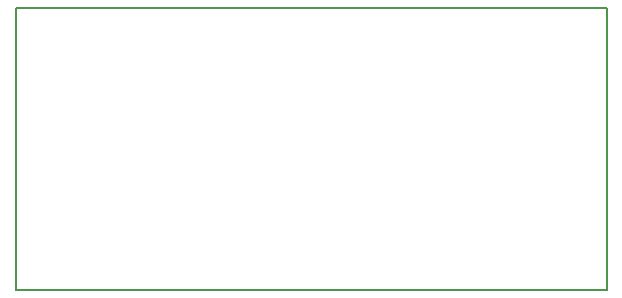
<source format=gbr>
G04 DipTrace 3.2.0.1*
G04 BoardOutline.gbr*
%MOIN*%
G04 #@! TF.FileFunction,Profile*
G04 #@! TF.Part,Single*
%ADD11C,0.005512*%
%FSLAX26Y26*%
G04*
G70*
G90*
G75*
G01*
G04 BoardOutline*
%LPD*%
X393701Y1333701D2*
D11*
Y393701D1*
X2363701D1*
Y1333701D1*
X393701D1*
M02*

</source>
